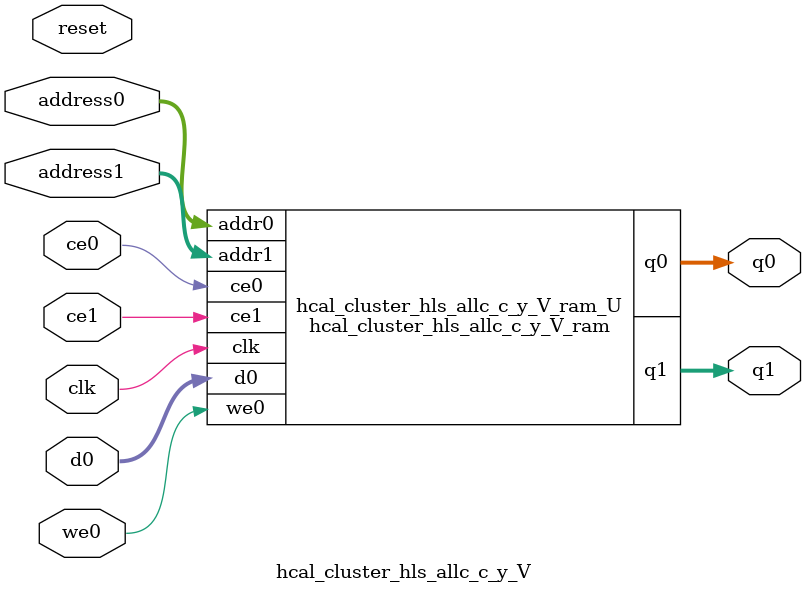
<source format=v>
`timescale 1 ns / 1 ps
module hcal_cluster_hls_allc_c_y_V_ram (addr0, ce0, d0, we0, q0, addr1, ce1, q1,  clk);

parameter DWIDTH = 4;
parameter AWIDTH = 9;
parameter MEM_SIZE = 288;

input[AWIDTH-1:0] addr0;
input ce0;
input[DWIDTH-1:0] d0;
input we0;
output reg[DWIDTH-1:0] q0;
input[AWIDTH-1:0] addr1;
input ce1;
output reg[DWIDTH-1:0] q1;
input clk;

reg [DWIDTH-1:0] ram[0:MEM_SIZE-1];




always @(posedge clk)  
begin 
    if (ce0) begin
        if (we0) 
            ram[addr0] <= d0; 
        q0 <= ram[addr0];
    end
end


always @(posedge clk)  
begin 
    if (ce1) begin
        q1 <= ram[addr1];
    end
end


endmodule

`timescale 1 ns / 1 ps
module hcal_cluster_hls_allc_c_y_V(
    reset,
    clk,
    address0,
    ce0,
    we0,
    d0,
    q0,
    address1,
    ce1,
    q1);

parameter DataWidth = 32'd4;
parameter AddressRange = 32'd288;
parameter AddressWidth = 32'd9;
input reset;
input clk;
input[AddressWidth - 1:0] address0;
input ce0;
input we0;
input[DataWidth - 1:0] d0;
output[DataWidth - 1:0] q0;
input[AddressWidth - 1:0] address1;
input ce1;
output[DataWidth - 1:0] q1;



hcal_cluster_hls_allc_c_y_V_ram hcal_cluster_hls_allc_c_y_V_ram_U(
    .clk( clk ),
    .addr0( address0 ),
    .ce0( ce0 ),
    .we0( we0 ),
    .d0( d0 ),
    .q0( q0 ),
    .addr1( address1 ),
    .ce1( ce1 ),
    .q1( q1 ));

endmodule


</source>
